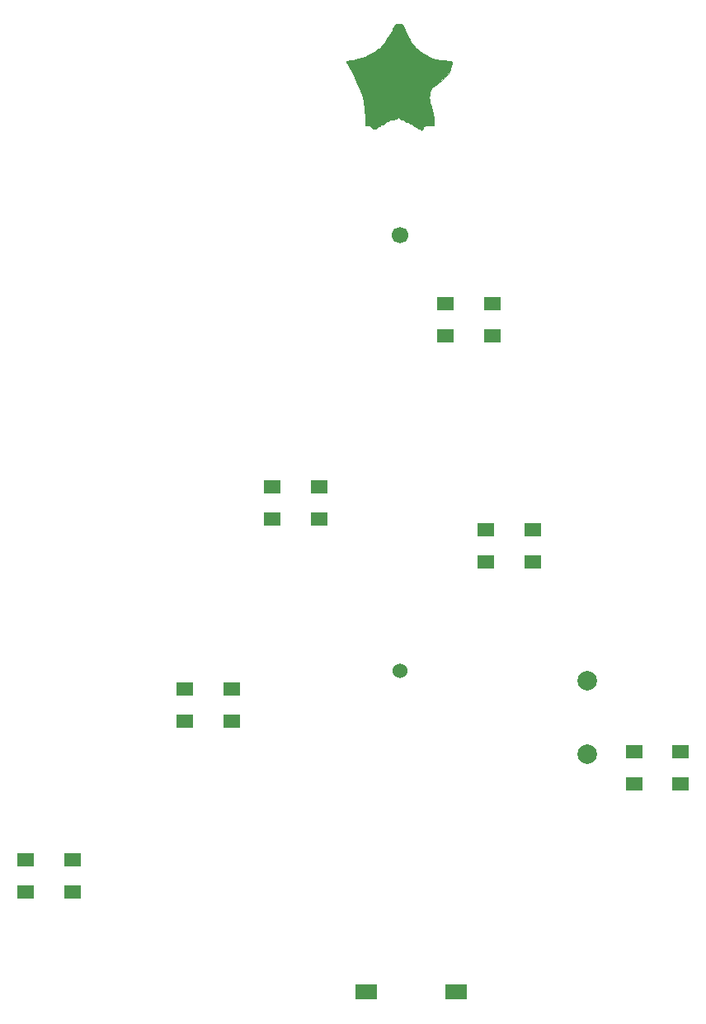
<source format=gbr>
G04 #@! TF.FileFunction,Soldermask,Top*
%FSLAX46Y46*%
G04 Gerber Fmt 4.6, Leading zero omitted, Abs format (unit mm)*
G04 Created by KiCad (PCBNEW 4.0.4-stable) date 12/07/16 00:48:56*
%MOMM*%
%LPD*%
G01*
G04 APERTURE LIST*
%ADD10C,0.100000*%
%ADD11C,0.010000*%
%ADD12R,2.180000X1.600000*%
%ADD13R,1.800000X1.400000*%
%ADD14C,2.000000*%
%ADD15C,1.700000*%
%ADD16C,1.524000*%
G04 APERTURE END LIST*
D10*
D11*
G36*
X204564122Y-72296038D02*
X204700181Y-72327286D01*
X204778244Y-72400124D01*
X204816494Y-72473129D01*
X204881416Y-72656374D01*
X204903862Y-72781557D01*
X204942089Y-72915648D01*
X205034808Y-73109405D01*
X205084518Y-73195428D01*
X205210546Y-73414889D01*
X205312627Y-73615296D01*
X205335327Y-73667143D01*
X205419194Y-73848074D01*
X205481704Y-73957428D01*
X205574534Y-74113399D01*
X205603625Y-74170696D01*
X205688680Y-74285766D01*
X205857291Y-74467209D01*
X206081907Y-74688009D01*
X206334977Y-74921150D01*
X206588950Y-75139615D01*
X206606143Y-75153736D01*
X206837494Y-75316356D01*
X207128510Y-75485629D01*
X207331857Y-75586013D01*
X207576962Y-75697215D01*
X207781158Y-75792701D01*
X207888385Y-75845714D01*
X208008343Y-75879778D01*
X208236654Y-75920433D01*
X208537061Y-75961845D01*
X208778066Y-75988897D01*
X209106104Y-76025021D01*
X209386494Y-76060984D01*
X209583745Y-76091942D01*
X209654824Y-76108589D01*
X209735083Y-76177000D01*
X209755239Y-76311989D01*
X209713997Y-76534680D01*
X209610063Y-76866197D01*
X209608026Y-76872088D01*
X209486892Y-77161890D01*
X209326741Y-77408578D01*
X209089942Y-77667786D01*
X209031047Y-77725091D01*
X208718510Y-78017084D01*
X208445280Y-78256780D01*
X208229457Y-78429250D01*
X208089139Y-78519564D01*
X208055933Y-78529428D01*
X207969154Y-78581989D01*
X207829979Y-78716245D01*
X207672127Y-78897059D01*
X207555697Y-79050705D01*
X207490070Y-79226779D01*
X207451350Y-79498108D01*
X207440139Y-79817209D01*
X207457039Y-80136597D01*
X207502649Y-80408788D01*
X207537175Y-80514175D01*
X207729270Y-81036541D01*
X207837533Y-81514698D01*
X207875630Y-82011959D01*
X207876143Y-82084648D01*
X207876143Y-82681245D01*
X207567714Y-82650072D01*
X207307509Y-82645217D01*
X207061362Y-82673205D01*
X207023428Y-82682147D01*
X206858179Y-82748206D01*
X206794722Y-82856576D01*
X206787571Y-82959697D01*
X206754684Y-83130027D01*
X206678714Y-83174000D01*
X206582078Y-83138993D01*
X206569857Y-83109296D01*
X206508353Y-83045408D01*
X206388428Y-82999056D01*
X206252566Y-82942776D01*
X206207000Y-82888098D01*
X206144564Y-82828099D01*
X205995348Y-82776189D01*
X205830500Y-82710503D01*
X205743626Y-82625279D01*
X205645387Y-82531557D01*
X205592420Y-82520857D01*
X205494321Y-82487298D01*
X205481285Y-82457717D01*
X205417997Y-82402753D01*
X205257441Y-82335124D01*
X205154714Y-82303143D01*
X204962153Y-82238119D01*
X204844851Y-82177091D01*
X204828143Y-82154335D01*
X204765666Y-82100485D01*
X204614921Y-82050142D01*
X204610428Y-82049143D01*
X204458072Y-81996483D01*
X204392755Y-81935827D01*
X204392714Y-81934519D01*
X204333848Y-81875224D01*
X204283857Y-81867714D01*
X204187217Y-81902458D01*
X204175000Y-81931924D01*
X204109579Y-81975213D01*
X203940773Y-82019626D01*
X203775857Y-82046003D01*
X203557624Y-82081914D01*
X203412647Y-82122334D01*
X203376714Y-82148643D01*
X203315565Y-82205003D01*
X203164365Y-82277486D01*
X203122714Y-82293261D01*
X202957715Y-82367910D01*
X202872083Y-82435916D01*
X202868714Y-82447217D01*
X202806194Y-82504399D01*
X202655360Y-82556173D01*
X202651000Y-82557143D01*
X202498643Y-82609803D01*
X202433326Y-82670458D01*
X202433285Y-82671766D01*
X202374674Y-82731610D01*
X202328034Y-82738571D01*
X202200040Y-82794194D01*
X202164749Y-82836228D01*
X202058310Y-82916084D01*
X201878178Y-82978021D01*
X201862972Y-82981133D01*
X201674856Y-82995166D01*
X201546125Y-82926174D01*
X201476705Y-82847191D01*
X201284919Y-82697300D01*
X201100044Y-82666000D01*
X200865908Y-82666000D01*
X200857704Y-81896538D01*
X200807927Y-80994495D01*
X200680000Y-80196642D01*
X200585717Y-79835714D01*
X200512418Y-79571639D01*
X200450816Y-79315250D01*
X200438481Y-79255143D01*
X200394244Y-79125887D01*
X200295373Y-78890950D01*
X200153116Y-78573983D01*
X199978722Y-78198632D01*
X199783440Y-77788547D01*
X199578517Y-77367376D01*
X199375204Y-76958768D01*
X199184747Y-76586371D01*
X199033975Y-76302362D01*
X198975024Y-76161073D01*
X198973765Y-76086472D01*
X199058571Y-76060771D01*
X199250185Y-76025886D01*
X199511134Y-75988418D01*
X199579075Y-75979877D01*
X199877787Y-75926718D01*
X200218044Y-75840299D01*
X200566422Y-75732314D01*
X200889499Y-75614459D01*
X201153849Y-75498428D01*
X201326051Y-75395916D01*
X201366463Y-75354479D01*
X201481494Y-75271263D01*
X201527224Y-75263714D01*
X201640886Y-75218684D01*
X201806515Y-75105269D01*
X201877912Y-75046000D01*
X202040726Y-74914829D01*
X202162914Y-74837277D01*
X202191899Y-74828285D01*
X202297069Y-74770727D01*
X202460648Y-74614092D01*
X202664212Y-74382443D01*
X202889335Y-74099839D01*
X203117593Y-73790344D01*
X203330560Y-73478017D01*
X203509811Y-73186920D01*
X203636782Y-72941428D01*
X203696076Y-72806436D01*
X203782178Y-72609744D01*
X203802914Y-72562301D01*
X203877535Y-72408330D01*
X203958609Y-72327629D01*
X204092258Y-72296230D01*
X204324607Y-72290167D01*
X204326637Y-72290158D01*
X204564122Y-72296038D01*
X204564122Y-72296038D01*
G37*
X204564122Y-72296038D02*
X204700181Y-72327286D01*
X204778244Y-72400124D01*
X204816494Y-72473129D01*
X204881416Y-72656374D01*
X204903862Y-72781557D01*
X204942089Y-72915648D01*
X205034808Y-73109405D01*
X205084518Y-73195428D01*
X205210546Y-73414889D01*
X205312627Y-73615296D01*
X205335327Y-73667143D01*
X205419194Y-73848074D01*
X205481704Y-73957428D01*
X205574534Y-74113399D01*
X205603625Y-74170696D01*
X205688680Y-74285766D01*
X205857291Y-74467209D01*
X206081907Y-74688009D01*
X206334977Y-74921150D01*
X206588950Y-75139615D01*
X206606143Y-75153736D01*
X206837494Y-75316356D01*
X207128510Y-75485629D01*
X207331857Y-75586013D01*
X207576962Y-75697215D01*
X207781158Y-75792701D01*
X207888385Y-75845714D01*
X208008343Y-75879778D01*
X208236654Y-75920433D01*
X208537061Y-75961845D01*
X208778066Y-75988897D01*
X209106104Y-76025021D01*
X209386494Y-76060984D01*
X209583745Y-76091942D01*
X209654824Y-76108589D01*
X209735083Y-76177000D01*
X209755239Y-76311989D01*
X209713997Y-76534680D01*
X209610063Y-76866197D01*
X209608026Y-76872088D01*
X209486892Y-77161890D01*
X209326741Y-77408578D01*
X209089942Y-77667786D01*
X209031047Y-77725091D01*
X208718510Y-78017084D01*
X208445280Y-78256780D01*
X208229457Y-78429250D01*
X208089139Y-78519564D01*
X208055933Y-78529428D01*
X207969154Y-78581989D01*
X207829979Y-78716245D01*
X207672127Y-78897059D01*
X207555697Y-79050705D01*
X207490070Y-79226779D01*
X207451350Y-79498108D01*
X207440139Y-79817209D01*
X207457039Y-80136597D01*
X207502649Y-80408788D01*
X207537175Y-80514175D01*
X207729270Y-81036541D01*
X207837533Y-81514698D01*
X207875630Y-82011959D01*
X207876143Y-82084648D01*
X207876143Y-82681245D01*
X207567714Y-82650072D01*
X207307509Y-82645217D01*
X207061362Y-82673205D01*
X207023428Y-82682147D01*
X206858179Y-82748206D01*
X206794722Y-82856576D01*
X206787571Y-82959697D01*
X206754684Y-83130027D01*
X206678714Y-83174000D01*
X206582078Y-83138993D01*
X206569857Y-83109296D01*
X206508353Y-83045408D01*
X206388428Y-82999056D01*
X206252566Y-82942776D01*
X206207000Y-82888098D01*
X206144564Y-82828099D01*
X205995348Y-82776189D01*
X205830500Y-82710503D01*
X205743626Y-82625279D01*
X205645387Y-82531557D01*
X205592420Y-82520857D01*
X205494321Y-82487298D01*
X205481285Y-82457717D01*
X205417997Y-82402753D01*
X205257441Y-82335124D01*
X205154714Y-82303143D01*
X204962153Y-82238119D01*
X204844851Y-82177091D01*
X204828143Y-82154335D01*
X204765666Y-82100485D01*
X204614921Y-82050142D01*
X204610428Y-82049143D01*
X204458072Y-81996483D01*
X204392755Y-81935827D01*
X204392714Y-81934519D01*
X204333848Y-81875224D01*
X204283857Y-81867714D01*
X204187217Y-81902458D01*
X204175000Y-81931924D01*
X204109579Y-81975213D01*
X203940773Y-82019626D01*
X203775857Y-82046003D01*
X203557624Y-82081914D01*
X203412647Y-82122334D01*
X203376714Y-82148643D01*
X203315565Y-82205003D01*
X203164365Y-82277486D01*
X203122714Y-82293261D01*
X202957715Y-82367910D01*
X202872083Y-82435916D01*
X202868714Y-82447217D01*
X202806194Y-82504399D01*
X202655360Y-82556173D01*
X202651000Y-82557143D01*
X202498643Y-82609803D01*
X202433326Y-82670458D01*
X202433285Y-82671766D01*
X202374674Y-82731610D01*
X202328034Y-82738571D01*
X202200040Y-82794194D01*
X202164749Y-82836228D01*
X202058310Y-82916084D01*
X201878178Y-82978021D01*
X201862972Y-82981133D01*
X201674856Y-82995166D01*
X201546125Y-82926174D01*
X201476705Y-82847191D01*
X201284919Y-82697300D01*
X201100044Y-82666000D01*
X200865908Y-82666000D01*
X200857704Y-81896538D01*
X200807927Y-80994495D01*
X200680000Y-80196642D01*
X200585717Y-79835714D01*
X200512418Y-79571639D01*
X200450816Y-79315250D01*
X200438481Y-79255143D01*
X200394244Y-79125887D01*
X200295373Y-78890950D01*
X200153116Y-78573983D01*
X199978722Y-78198632D01*
X199783440Y-77788547D01*
X199578517Y-77367376D01*
X199375204Y-76958768D01*
X199184747Y-76586371D01*
X199033975Y-76302362D01*
X198975024Y-76161073D01*
X198973765Y-76086472D01*
X199058571Y-76060771D01*
X199250185Y-76025886D01*
X199511134Y-75988418D01*
X199579075Y-75979877D01*
X199877787Y-75926718D01*
X200218044Y-75840299D01*
X200566422Y-75732314D01*
X200889499Y-75614459D01*
X201153849Y-75498428D01*
X201326051Y-75395916D01*
X201366463Y-75354479D01*
X201481494Y-75271263D01*
X201527224Y-75263714D01*
X201640886Y-75218684D01*
X201806515Y-75105269D01*
X201877912Y-75046000D01*
X202040726Y-74914829D01*
X202162914Y-74837277D01*
X202191899Y-74828285D01*
X202297069Y-74770727D01*
X202460648Y-74614092D01*
X202664212Y-74382443D01*
X202889335Y-74099839D01*
X203117593Y-73790344D01*
X203330560Y-73478017D01*
X203509811Y-73186920D01*
X203636782Y-72941428D01*
X203696076Y-72806436D01*
X203782178Y-72609744D01*
X203802914Y-72562301D01*
X203877535Y-72408330D01*
X203958609Y-72327629D01*
X204092258Y-72296230D01*
X204324607Y-72290167D01*
X204326637Y-72290158D01*
X204564122Y-72296038D01*
D12*
X210152430Y-171577320D03*
X200947570Y-171572680D03*
D13*
X170800000Y-161300000D03*
X170800000Y-158000000D03*
X166000000Y-158000000D03*
X166000000Y-161300000D03*
X187175000Y-143800000D03*
X187175000Y-140500000D03*
X182375000Y-140500000D03*
X182375000Y-143800000D03*
X233250000Y-150200000D03*
X233250000Y-146900000D03*
X228450000Y-146900000D03*
X228450000Y-150200000D03*
X196125000Y-123100000D03*
X196125000Y-119800000D03*
X191325000Y-119800000D03*
X191325000Y-123100000D03*
X218050000Y-127475000D03*
X218050000Y-124175000D03*
X213250000Y-124175000D03*
X213250000Y-127475000D03*
X209125000Y-100975000D03*
X209125000Y-104275000D03*
X213925000Y-104275000D03*
X213925000Y-100975000D03*
D14*
X223625000Y-139625160D03*
X223625000Y-147224840D03*
D15*
X204425000Y-93945000D03*
D16*
X204425000Y-138645000D03*
M02*

</source>
